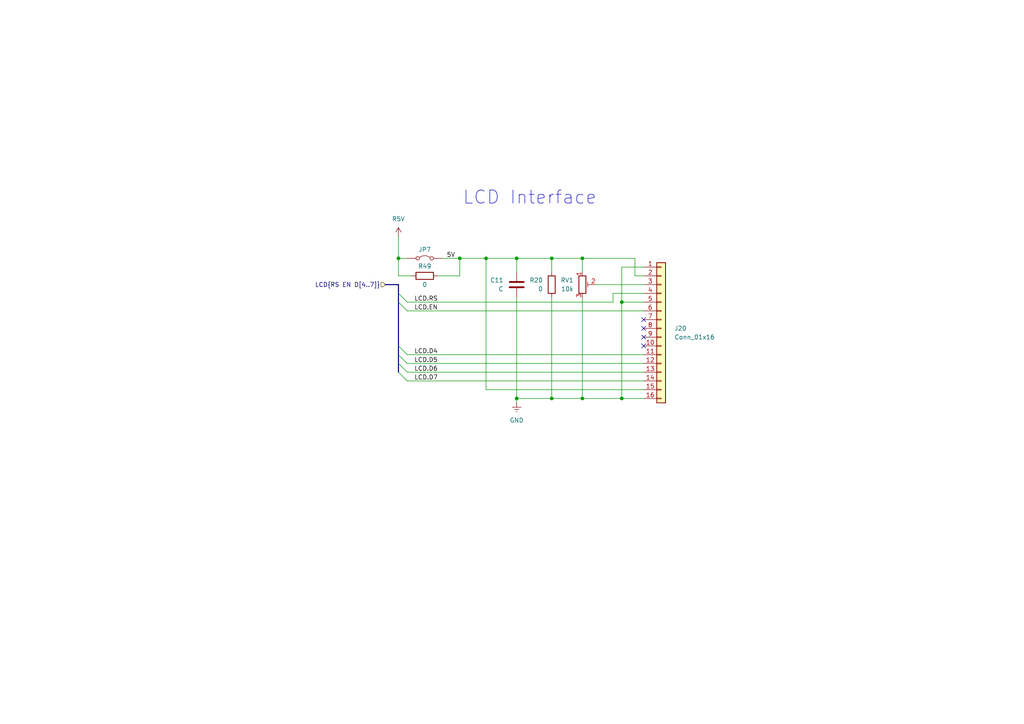
<source format=kicad_sch>
(kicad_sch (version 20231120) (generator "eeschema") (generator_version "8.0")
  (paper "A4")
  (title_block (title "MoP - LCD") (rev "1") (company "ESE - Conestoga") (comment 1 "Fergus Page") (comment 2 "Nigel Sinclair"))
  (lib_symbols
    (symbol "Connector_Generic:Conn_01x16" (pin_names (offset 1.016) hide)
      (property "Reference" "J" (at 0 20.32 0))
      (property "Value" "Conn_01x16" (at 0 -22.86 0))
      (symbol "Conn_01x16_1_1"
        (rectangle (start -1.27 -20.193) (end 0 -20.447) (stroke (width 0.1524)))
        (rectangle (start -1.27 -17.653) (end 0 -17.907) (stroke (width 0.1524)))
        (rectangle (start -1.27 -15.113) (end 0 -15.367) (stroke (width 0.1524)))
        (rectangle (start -1.27 -12.573) (end 0 -12.827) (stroke (width 0.1524)))
        (rectangle (start -1.27 -10.033) (end 0 -10.287) (stroke (width 0.1524)))
        (rectangle (start -1.27 -7.493) (end 0 -7.747) (stroke (width 0.1524)))
        (rectangle (start -1.27 -4.953) (end 0 -5.207) (stroke (width 0.1524)))
        (rectangle (start -1.27 -2.413) (end 0 -2.667) (stroke (width 0.1524)))
        (rectangle (start -1.27 0.127) (end 0 -0.127) (stroke (width 0.1524)))
        (rectangle (start -1.27 2.667) (end 0 2.413) (stroke (width 0.1524)))
        (rectangle (start -1.27 5.207) (end 0 4.953) (stroke (width 0.1524)))
        (rectangle (start -1.27 7.747) (end 0 7.493) (stroke (width 0.1524)))
        (rectangle (start -1.27 10.287) (end 0 10.033) (stroke (width 0.1524)))
        (rectangle (start -1.27 12.827) (end 0 12.573) (stroke (width 0.1524)))
        (rectangle (start -1.27 15.367) (end 0 15.113) (stroke (width 0.1524)))
        (rectangle (start -1.27 17.907) (end 0 17.653) (stroke (width 0.1524)))
        (rectangle (start -1.27 19.05) (end 1.27 -21.59) (stroke (width 0.254)) (fill (type background)))
        (pin passive line (at -5.08 17.78 0) (length 3.81) (name "Pin_1") (number "1"))
        (pin passive line (at -5.08 -5.08 0) (length 3.81) (name "Pin_10") (number "10"))
        (pin passive line (at -5.08 -7.62 0) (length 3.81) (name "Pin_11") (number "11"))
        (pin passive line (at -5.08 -10.16 0) (length 3.81) (name "Pin_12") (number "12"))
        (pin passive line (at -5.08 -12.7 0) (length 3.81) (name "Pin_13") (number "13"))
        (pin passive line (at -5.08 -15.24 0) (length 3.81) (name "Pin_14") (number "14"))
        (pin passive line (at -5.08 -17.78 0) (length 3.81) (name "Pin_15") (number "15"))
        (pin passive line (at -5.08 -20.32 0) (length 3.81) (name "Pin_16") (number "16"))
        (pin passive line (at -5.08 15.24 0) (length 3.81) (name "Pin_2") (number "2"))
        (pin passive line (at -5.08 12.7 0) (length 3.81) (name "Pin_3") (number "3"))
        (pin passive line (at -5.08 10.16 0) (length 3.81) (name "Pin_4") (number "4"))
        (pin passive line (at -5.08 7.62 0) (length 3.81) (name "Pin_5") (number "5"))
        (pin passive line (at -5.08 5.08 0) (length 3.81) (name "Pin_6") (number "6"))
        (pin passive line (at -5.08 2.54 0) (length 3.81) (name "Pin_7") (number "7"))
        (pin passive line (at -5.08 0 0) (length 3.81) (name "Pin_8") (number "8"))
        (pin passive line (at -5.08 -2.54 0) (length 3.81) (name "Pin_9") (number "9"))
      )
    )
    (symbol "Device:C" (pin_numbers hide) (pin_names (offset 0.254))
      (property "Reference" "C" (at 0.635 2.54 0))
      (property "Value" "C" (at 0.635 -2.54 0))
      (symbol "C_0_1"
        (polyline (pts (xy -2.032 -0.762) (xy 2.032 -0.762)) (stroke (width 0.508)))
        (polyline (pts (xy -2.032 0.762) (xy 2.032 0.762)) (stroke (width 0.508)))
      )
      (symbol "C_1_1"
        (pin passive line (at 0 3.81 270) (length 2.794) (name "~") (number "1"))
        (pin passive line (at 0 -3.81 90) (length 2.794) (name "~") (number "2"))
      )
    )
    (symbol "Device:R" (pin_numbers hide) (pin_names (offset 0))
      (property "Reference" "R" (at 2.032 0 90))
      (property "Value" "R" (at 0 0 90))
      (symbol "R_0_1"
        (rectangle (start -1.016 -2.54) (end 1.016 2.54) (stroke (width 0.254)))
      )
      (symbol "R_1_1"
        (pin passive line (at 0 3.81 270) (length 1.27) (name "~") (number "1"))
        (pin passive line (at 0 -3.81 90) (length 1.27) (name "~") (number "2"))
      )
    )
    (symbol "Device:R_Potentiometer_Trim" (pin_names (offset 1.016) hide)
      (property "Reference" "RV" (at -4.445 0 90))
      (property "Value" "R_Potentiometer_Trim" (at -2.54 0 90))
      (symbol "R_Potentiometer_Trim_0_1"
        (polyline (pts (xy 1.524 0.762) (xy 1.524 -0.762)))
        (polyline (pts (xy 2.54 0) (xy 1.524 0)))
        (rectangle (start 1.016 2.54) (end -1.016 -2.54) (stroke (width 0.254)))
      )
      (symbol "R_Potentiometer_Trim_1_1"
        (pin passive line (at 0 3.81 270) (length 1.27) (name "1") (number "1"))
        (pin passive line (at 3.81 0 180) (length 1.27) (name "2") (number "2"))
        (pin passive line (at 0 -3.81 90) (length 1.27) (name "3") (number "3"))
      )
    )
    (symbol "Jumper:Jumper_2_Bridged" (pin_numbers hide) (pin_names (offset 0) hide) (exclude_from_sim yes)
      (property "Reference" "JP" (at 0 1.905 0))
      (property "Value" "Jumper_2_Bridged" (at 0 -2.54 0))
      (symbol "Jumper_2_Bridged_0_0"
        (circle (center -2.032 0) (radius 0.508))
        (circle (center 2.032 0) (radius 0.508))
      )
      (symbol "Jumper_2_Bridged_0_1"
        (arc (start 1.524 0.254) (mid 0 0.762) (end -1.524 0.254))
      )
      (symbol "Jumper_2_Bridged_1_1"
        (pin passive line (at -5.08 0 0) (length 2.54) (name "A") (number "1"))
        (pin passive line (at 5.08 0 180) (length 2.54) (name "B") (number "2"))
      )
    )
    (symbol "power:+3V3" (power) (pin_numbers hide) (pin_names (offset 0) hide)
      (property "Value" "+3V3" (at 0 3.556 0))
      (symbol "+3V3_0_1"
        (polyline (pts (xy -0.762 1.27) (xy 0 2.54)))
        (polyline (pts (xy 0 0) (xy 0 2.54)))
        (polyline (pts (xy 0 2.54) (xy 0.762 1.27)))
      )
      (symbol "+3V3_1_1"
        (pin power_in line (at 0 0 90) (length 0) (name "~") (number "1"))
      )
    )
    (symbol "power:GNDREF" (power) (pin_numbers hide) (pin_names (offset 0) hide)
      (property "Value" "GNDREF" (at 0 -3.81 0))
      (symbol "GNDREF_0_1"
        (polyline (pts (xy -0.635 -1.905) (xy 0.635 -1.905)))
        (polyline (pts (xy -0.127 -2.54) (xy 0.127 -2.54)))
        (polyline (pts (xy 0 -1.27) (xy 0 0)))
        (polyline (pts (xy 1.27 -1.27) (xy -1.27 -1.27)))
      )
      (symbol "GNDREF_1_1"
        (pin power_in line (at 0 0 270) (length 0) (name "~") (number "1"))
      )
    )
  )
  (junction (at 160.02 115.57))
  (junction (at 140.97 74.93))
  (junction (at 149.86 115.57))
  (junction (at 180.34 87.63))
  (junction (at 160.02 74.93))
  (junction (at 115.57 74.93))
  (junction (at 180.34 115.57))
  (junction (at 168.91 74.93))
  (junction (at 133.35 74.93))
  (junction (at 149.86 74.93))
  (junction (at 168.91 115.57))
  (no_connect (at 186.69 97.79))
  (no_connect (at 186.69 100.33))
  (no_connect (at 186.69 92.71))
  (no_connect (at 186.69 95.25))
  (bus_entry (at 115.57 102.87) (size 2.54 2.54))
  (bus_entry (at 115.57 107.95) (size 2.54 2.54))
  (bus_entry (at 115.57 105.41) (size 2.54 2.54))
  (bus_entry (at 115.57 85.09) (size 2.54 2.54))
  (bus_entry (at 115.57 100.33) (size 2.54 2.54))
  (bus_entry (at 115.57 87.63) (size 2.54 2.54))
  (wire (pts (xy 160.02 74.93) (xy 160.02 78.74)))
  (wire (pts (xy 140.97 74.93) (xy 149.86 74.93)))
  (wire (pts (xy 127 80.01) (xy 133.35 80.01)))
  (bus (pts (xy 115.57 102.87) (xy 115.57 105.41)))
  (wire (pts (xy 180.34 115.57) (xy 186.69 115.57)))
  (wire (pts (xy 118.11 102.87) (xy 186.69 102.87)))
  (wire (pts (xy 133.35 74.93) (xy 140.97 74.93)))
  (wire (pts (xy 184.15 74.93) (xy 184.15 80.01)))
  (wire (pts (xy 160.02 74.93) (xy 168.91 74.93)))
  (wire (pts (xy 177.8 85.09) (xy 186.69 85.09)))
  (wire (pts (xy 133.35 74.93) (xy 133.35 80.01)))
  (wire (pts (xy 115.57 74.93) (xy 115.57 80.01)))
  (wire (pts (xy 118.11 105.41) (xy 186.69 105.41)))
  (wire (pts (xy 118.11 87.63) (xy 177.8 87.63)))
  (wire (pts (xy 180.34 87.63) (xy 186.69 87.63)))
  (wire (pts (xy 184.15 80.01) (xy 186.69 80.01)))
  (wire (pts (xy 186.69 77.47) (xy 180.34 77.47)))
  (wire (pts (xy 177.8 87.63) (xy 177.8 85.09)))
  (wire (pts (xy 168.91 86.36) (xy 168.91 115.57)))
  (wire (pts (xy 118.11 107.95) (xy 186.69 107.95)))
  (wire (pts (xy 149.86 86.36) (xy 149.86 115.57)))
  (bus (pts (xy 115.57 85.09) (xy 115.57 87.63)))
  (bus (pts (xy 115.57 85.09) (xy 115.57 82.55)))
  (wire (pts (xy 180.34 87.63) (xy 180.34 115.57)))
  (wire (pts (xy 168.91 115.57) (xy 180.34 115.57)))
  (wire (pts (xy 118.11 110.49) (xy 186.69 110.49)))
  (wire (pts (xy 168.91 74.93) (xy 184.15 74.93)))
  (bus (pts (xy 115.57 87.63) (xy 115.57 100.33)))
  (wire (pts (xy 160.02 115.57) (xy 168.91 115.57)))
  (bus (pts (xy 115.57 105.41) (xy 115.57 107.95)))
  (bus (pts (xy 111.76 82.55) (xy 115.57 82.55)))
  (wire (pts (xy 140.97 113.03) (xy 140.97 74.93)))
  (wire (pts (xy 128.27 74.93) (xy 133.35 74.93)))
  (wire (pts (xy 119.38 80.01) (xy 115.57 80.01)))
  (wire (pts (xy 172.72 82.55) (xy 186.69 82.55)))
  (wire (pts (xy 140.97 113.03) (xy 186.69 113.03)))
  (wire (pts (xy 118.11 90.17) (xy 186.69 90.17)))
  (wire (pts (xy 149.86 115.57) (xy 160.02 115.57)))
  (bus (pts (xy 115.57 100.33) (xy 115.57 102.87)))
  (wire (pts (xy 115.57 68.58) (xy 115.57 74.93)))
  (wire (pts (xy 149.86 115.57) (xy 149.86 116.84)))
  (wire (pts (xy 115.57 74.93) (xy 118.11 74.93)))
  (wire (pts (xy 160.02 86.36) (xy 160.02 115.57)))
  (wire (pts (xy 168.91 74.93) (xy 168.91 78.74)))
  (wire (pts (xy 149.86 74.93) (xy 149.86 78.74)))
  (wire (pts (xy 149.86 74.93) (xy 160.02 74.93)))
  (wire (pts (xy 180.34 77.47) (xy 180.34 87.63)))
  (text "LCD Interface" (at 153.67 57.404 0) (effects (font (size 3.81 3.81))))
  (label "LCD.D4" (at 127 102.87 180))
  (label "5V" (at 129.54 74.93 0))
  (label "LCD.EN" (at 127 90.17 180))
  (label "LCD.D6" (at 127 107.95 180))
  (label "LCD.RS" (at 127 87.63 180))
  (label "LCD.D5" (at 127 105.41 180))
  (label "LCD.D7" (at 127 110.49 180))
  (hierarchical_label "LCD{RS EN D[4..7]}" (shape input) (at 111.76 82.55 180))
  (symbol (lib_id "Device:R") (at 123.19 80.01 90) (unit 1)
    (property "Reference" "R49" (at 123.19 77.216 90))
    (property "Value" "0" (at 123.19 82.55 90))
    (property "Description" "Resistor" (effects (hide yes)))
  )
  (symbol (lib_id "Connector_Generic:Conn_01x16") (at 191.77 95.25 0) (unit 1)
    (property "Reference" "J20" (at 195.58 95.2499 0) (effects (justify left)))
    (property "Value" "Conn_01x16" (at 195.58 97.7899 0) (effects (justify left)))
    (property "Description" "Generic connector, single row, 01x16, script generated (kicad-library-utils/schlib/autogen/connector/)" (effects (hide yes)))
  )
  (symbol (lib_id "power:+3V3") (at 115.57 68.58 0) (unit 1)
    (property "Reference" "#PWR031" (effects (hide yes)))
    (property "Value" "R5V" (at 115.57 63.5 0))
    (property "Description" "Power symbol creates a global label with name \"+3V3\"" (effects (hide yes)))
  )
  (symbol (lib_id "Device:R_Potentiometer_Trim") (at 168.91 82.55 0) (unit 1)
    (property "Reference" "RV1" (at 166.37 81.2799 0) (effects (justify right)))
    (property "Value" "10k" (at 166.37 83.8199 0) (effects (justify right)))
    (property "Description" "Trim-potentiometer" (effects (hide yes)))
  )
  (symbol (lib_id "Device:C") (at 149.86 82.55 0) (mirror x) (unit 1)
    (property "Reference" "C11" (at 146.05 81.2799 0) (effects (justify right)))
    (property "Value" "C" (at 146.05 83.8199 0) (effects (justify right)))
    (property "Description" "Unpolarized capacitor" (effects (hide yes)))
  )
  (symbol (lib_id "Jumper:Jumper_2_Bridged") (at 123.19 74.93 0) (unit 1) (exclude_from_sim yes)
    (property "Reference" "JP7" (at 123.19 72.39 0))
    (property "Value" "Jumper_2_Bridged" (effects (hide yes)))
    (property "Description" "Jumper, 2-pole, closed/bridged" (effects (hide yes)))
  )
  (symbol (lib_id "power:GNDREF") (at 149.86 116.84 0) (unit 1)
    (property "Reference" "#PWR011" (effects (hide yes)))
    (property "Value" "GND" (at 149.86 121.92 0))
    (property "Description" "Power symbol creates a global label with name \"GNDREF\" , reference supply ground" (effects (hide yes)))
  )
  (symbol (lib_id "Device:R") (at 160.02 82.55 0) (mirror y) (unit 1)
    (property "Reference" "R20" (at 157.48 81.2799 0) (effects (justify left)))
    (property "Value" "0" (at 157.48 83.8199 0) (effects (justify left)))
    (property "Description" "Resistor" (effects (hide yes)))
  )
)
</source>
